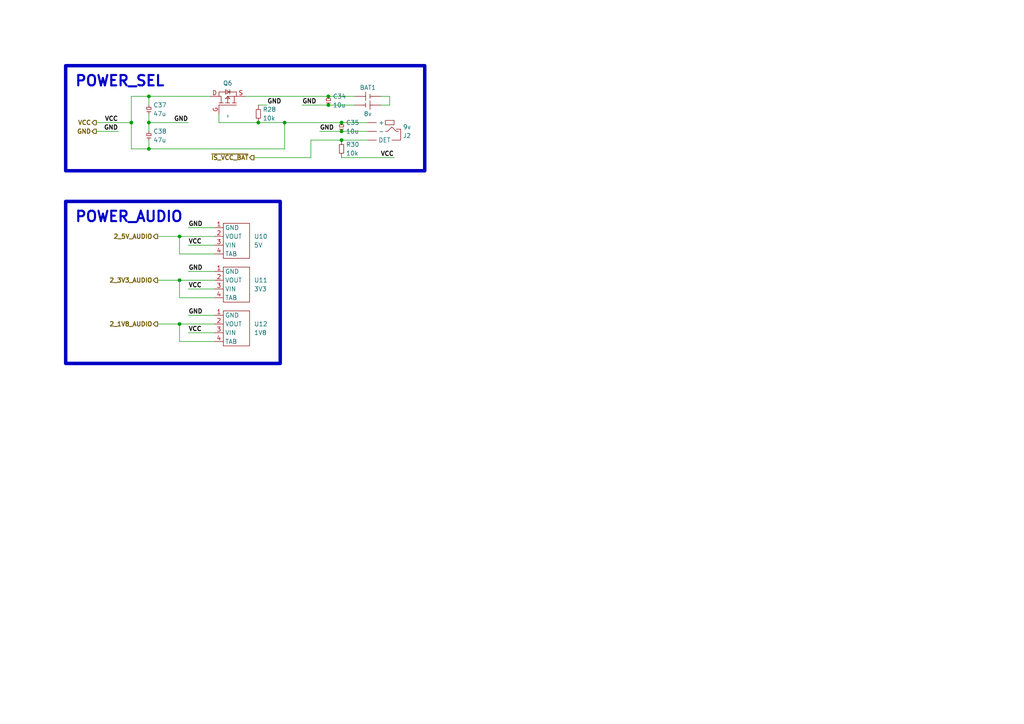
<source format=kicad_sch>
(kicad_sch (version 20230121) (generator eeschema)
  (paper "A4")
  (lib_symbols
    (symbol "a5d27_handheld_console:1117"
      (property "Reference" "U" (at 0 6.35 0))
      (symbol "1117_0_1"
        (rectangle (start -3.81 5.08) (end 3.81 -5.08))
      )
      (symbol "1117_1_1"
        (pin power_in line (at -6.35 3.81 0) (length 2.54) (name "GND") (number "1"))
        (pin power_out line (at -6.35 1.27 0) (length 2.54) (name "VOUT") (number "2"))
        (pin power_in line (at -6.35 -1.27 0) (length 2.54) (name "VIN") (number "3"))
        (pin power_out line (at -6.35 -3.81 0) (length 2.54) (name "TAB") (number "4"))
      )
    )
    (symbol "a5d27_handheld_console:BAT" (pin_numbers hide) (pin_names hide)
      (property "Reference" "BAT" (at 0 3.81 0))
      (symbol "BAT_0_1"
        (polyline (pts (xy -1.27 -1.27) (xy -0.635 -1.27)))
        (polyline (pts (xy -1.27 1.27) (xy -0.635 1.27)))
        (polyline (pts (xy -0.635 -0.635) (xy -0.635 -1.905)))
        (polyline (pts (xy -0.635 2.54) (xy -0.635 0)))
        (polyline (pts (xy 0.635 0) (xy 0.635 -2.54)))
        (polyline (pts (xy 0.635 1.905) (xy 0.635 0.635)))
        (polyline (pts (xy 1.27 -1.27) (xy 0.635 -1.27)))
        (polyline (pts (xy 1.27 1.27) (xy 0.635 1.27)))
      )
      (symbol "BAT_1_1"
        (pin power_out line (at -3.81 1.27 0) (length 2.54) (name "") (number "1"))
        (pin power_out line (at 3.81 1.27 180) (length 2.54) (name "") (number "2"))
        (pin power_out line (at -3.81 -1.27 0) (length 2.54) (name "") (number "3"))
        (pin power_out line (at 3.81 -1.27 180) (length 2.54) (name "") (number "4"))
      )
    )
    (symbol "a5d27_handheld_console:C_Tantalum_3216" (pin_numbers hide) (pin_names (offset 0) hide)
      (property "Reference" "C" (at 0 1.905 0))
      (symbol "C_Tantalum_3216_0_1"
        (polyline (pts (xy 0.635 0.635) (xy 0.635 -0.635)))
        (polyline (pts (xy -0.635 0.635) (xy -0.635 -0.635) (xy 0 -0.635) (xy 0 0.635) (xy -0.635 0.635)))
      )
      (symbol "C_Tantalum_3216_1_1"
        (pin passive line (at -1.27 0 0) (length 0.635) (name "") (number "1"))
        (pin passive line (at 1.27 0 180) (length 0.635) (name "") (number "2"))
      )
    )
    (symbol "a5d27_handheld_console:DC_JACK" (pin_numbers hide)
      (property "Reference" "J" (at 0 3.175 0))
      (symbol "DC_JACK_0_1"
        (polyline (pts (xy 4.445 -3.81) (xy 6.985 -3.81) (xy 6.985 -0.635) (xy 5.715 -0.635)))
        (polyline (pts (xy 2.54 -1.27) (xy 3.175 -1.27) (xy 4.445 0) (xy 5.715 -1.27) (xy 6.35 -1.27)))
        (polyline (pts (xy 2.54 1.905) (xy 2.54 0.635) (xy 5.08 0.635) (xy 5.08 1.905) (xy 2.54 1.905)))
      )
      (symbol "DC_JACK_1_1"
        (pin power_out line (at -2.54 1.27 0) (length 2.54) (name "+") (number "1"))
        (pin power_out line (at -2.54 -1.27 0) (length 2.54) (name "-") (number "2"))
        (pin power_out line (at -2.54 -3.81 0) (length 2.54) (name "DET") (number "3"))
      )
    )
    (symbol "a5d27_handheld_console:P-FET"
      (property "Reference" "Q" (at 3.175 0 0))
      (symbol "P-FET_0_1"
        (polyline (pts (xy -2.54 2.54) (xy -2.54 -2.54)))
        (polyline (pts (xy -1.905 -1.27) (xy -1.905 -2.54)))
        (polyline (pts (xy -1.905 0.635) (xy -1.905 -0.635)))
        (polyline (pts (xy -1.905 2.54) (xy -1.905 1.27)))
        (polyline (pts (xy -0.635 -0.635) (xy 0 0)))
        (polyline (pts (xy -0.635 0.635) (xy -0.635 -0.635)))
        (polyline (pts (xy -0.635 0.635) (xy 0 0)))
        (polyline (pts (xy 0 -1.905) (xy -1.905 -1.905)))
        (polyline (pts (xy 1.905 -0.635) (xy 0.635 -0.635)))
        (polyline (pts (xy 0 -2.54) (xy 0 0) (xy -1.905 0)))
        (polyline (pts (xy 0 2.54) (xy 0 1.905) (xy -1.905 1.905)))
        (polyline (pts (xy 0 2.54) (xy 1.27 2.54) (xy 1.27 -2.54) (xy 0 -2.54)))
        (polyline (pts (xy 1.905 0.635) (xy 1.27 -0.635) (xy 0.635 0.635) (xy 1.905 0.635)))
      )
      (symbol "P-FET_1_1"
        (pin input line (at 0 5.08 270) (length 2.54) (name "") (number "D"))
        (pin input line (at -5.08 2.54 0) (length 2.54) (name "") (number "G"))
        (pin input line (at 0 -5.08 90) (length 2.54) (name "") (number "S"))
      )
    )
    (symbol "a5d27_handheld_console:R_2012" (pin_numbers hide) (pin_names hide)
      (property "Reference" "R" (at 0 0.635 0))
      (symbol "R_2012_0_1"
        (polyline (pts (xy -1.27 -0.635) (xy -1.27 -1.905) (xy 1.27 -1.905) (xy 1.27 -0.635) (xy -1.27 -0.635)))
      )
      (symbol "R_2012_1_1"
        (pin passive line (at -2.54 -1.27 0) (length 1.27) (name "") (number "1"))
        (pin passive line (at 2.54 -1.27 180) (length 1.27) (name "") (number "2"))
      )
    )
  )
  (junction (at 52.07 81.28))
  (junction (at 99.06 38.1))
  (junction (at 43.18 43.18))
  (junction (at 43.18 27.94))
  (junction (at 95.25 27.94))
  (junction (at 38.1 35.56))
  (junction (at 52.07 93.98))
  (junction (at 43.18 35.56))
  (junction (at 82.55 35.56))
  (junction (at 52.07 68.58))
  (junction (at 74.93 35.56))
  (junction (at 99.06 40.64))
  (junction (at 99.06 35.56))
  (junction (at 95.25 30.48))
  (wire (pts (xy 38.1 35.56) (xy 38.1 43.18)))
  (wire (pts (xy 27.94 38.1) (xy 34.29 38.1)))
  (wire (pts (xy 52.07 99.06) (xy 62.23 99.06)))
  (wire (pts (xy 92.71 38.1) (xy 99.06 38.1)))
  (wire (pts (xy 52.07 81.28) (xy 52.07 86.36)))
  (wire (pts (xy 54.61 78.74) (xy 62.23 78.74)))
  (wire (pts (xy 54.61 83.82) (xy 62.23 83.82)))
  (wire (pts (xy 63.5 35.56) (xy 74.93 35.56)))
  (wire (pts (xy 82.55 35.56) (xy 99.06 35.56)))
  (wire (pts (xy 43.18 35.56) (xy 43.18 38.1)))
  (wire (pts (xy 62.23 93.98) (xy 52.07 93.98)))
  (wire (pts (xy 27.94 35.56) (xy 38.1 35.56)))
  (wire (pts (xy 54.61 66.04) (xy 62.23 66.04)))
  (wire (pts (xy 99.06 40.64) (xy 90.17 40.64)))
  (wire (pts (xy 60.96 27.94) (xy 43.18 27.94)))
  (wire (pts (xy 113.03 27.94) (xy 113.03 30.48)))
  (wire (pts (xy 99.06 45.72) (xy 114.3 45.72)))
  (wire (pts (xy 52.07 73.66) (xy 62.23 73.66)))
  (wire (pts (xy 52.07 86.36) (xy 62.23 86.36)))
  (wire (pts (xy 52.07 93.98) (xy 52.07 99.06)))
  (wire (pts (xy 54.61 91.44) (xy 62.23 91.44)))
  (wire (pts (xy 45.72 81.28) (xy 52.07 81.28)))
  (wire (pts (xy 63.5 35.56) (xy 63.5 33.02)))
  (wire (pts (xy 45.72 93.98) (xy 52.07 93.98)))
  (wire (pts (xy 45.72 68.58) (xy 52.07 68.58)))
  (wire (pts (xy 95.25 30.48) (xy 102.87 30.48)))
  (wire (pts (xy 43.18 40.64) (xy 43.18 43.18)))
  (wire (pts (xy 71.12 27.94) (xy 95.25 27.94)))
  (wire (pts (xy 62.23 81.28) (xy 52.07 81.28)))
  (wire (pts (xy 43.18 27.94) (xy 38.1 27.94)))
  (wire (pts (xy 90.17 40.64) (xy 90.17 45.72)))
  (wire (pts (xy 99.06 38.1) (xy 106.68 38.1)))
  (wire (pts (xy 99.06 35.56) (xy 106.68 35.56)))
  (wire (pts (xy 95.25 27.94) (xy 102.87 27.94)))
  (wire (pts (xy 52.07 68.58) (xy 52.07 73.66)))
  (wire (pts (xy 73.66 45.72) (xy 90.17 45.72)))
  (wire (pts (xy 43.18 43.18) (xy 38.1 43.18)))
  (wire (pts (xy 74.93 30.48) (xy 77.47 30.48)))
  (wire (pts (xy 54.61 71.12) (xy 62.23 71.12)))
  (wire (pts (xy 74.93 35.56) (xy 82.55 35.56)))
  (wire (pts (xy 43.18 27.94) (xy 43.18 30.48)))
  (wire (pts (xy 113.03 30.48) (xy 110.49 30.48)))
  (wire (pts (xy 106.68 40.64) (xy 99.06 40.64)))
  (wire (pts (xy 62.23 68.58) (xy 52.07 68.58)))
  (wire (pts (xy 82.55 35.56) (xy 82.55 43.18)))
  (wire (pts (xy 82.55 43.18) (xy 43.18 43.18)))
  (wire (pts (xy 87.63 30.48) (xy 95.25 30.48)))
  (wire (pts (xy 38.1 27.94) (xy 38.1 35.56)))
  (wire (pts (xy 43.18 35.56) (xy 54.61 35.56)))
  (wire (pts (xy 54.61 96.52) (xy 62.23 96.52)))
  (wire (pts (xy 110.49 27.94) (xy 113.03 27.94)))
  (wire (pts (xy 43.18 33.02) (xy 43.18 35.56)))
  (rectangle (start 19.05 58.42) (end 81.28 105.41) (stroke (width 1)))
  (rectangle (start 19.05 19.05) (end 123.19 49.53) (stroke (width 1)))
  (text "POWER_AUDIO" (at 21.59 64.77 0) (effects (font (size 3 3) bold) (justify left bottom)))
  (text "POWER_SEL" (at 21.59 25.4 0) (effects (font (size 3 3) bold) (justify left bottom)))
  (label "VCC" (at 54.61 83.82 0) (effects (font bold)))
  (label "VCC" (at 114.3 45.72 180) (effects (font bold)))
  (label "GND" (at 54.61 35.56 180) (effects (font bold)))
  (label "GND" (at 34.29 38.1 180) (effects (font bold)))
  (label "GND" (at 54.61 66.04 0) (effects (font bold)))
  (label "VCC" (at 54.61 71.12 0) (effects (font bold)))
  (label "VCC" (at 54.61 96.52 0) (effects (font bold)))
  (label "VCC" (at 34.29 35.56 180) (effects (font bold)))
  (label "GND" (at 54.61 91.44 0) (effects (font bold)))
  (label "GND" (at 87.63 30.48 0) (effects (font bold)))
  (label "GND" (at 92.71 38.1 0) (effects (font bold)))
  (label "GND" (at 77.47 30.48 0) (effects (font bold)))
  (label "GND" (at 54.61 78.74 0) (effects (font bold)))
  (hierarchical_label "2_3V3_AUDIO" (shape output) (at 45.72 81.28 180) (effects (font bold)))
  (hierarchical_label "VCC" (shape output) (at 27.94 35.56 180) (effects (font bold)))
  (hierarchical_label "~{IS_VCC_BAT}" (shape output) (at 73.66 45.72 180) (effects (font bold)))
  (hierarchical_label "GND" (shape output) (at 27.94 38.1 180) (effects (font bold)))
  (hierarchical_label "2_5V_AUDIO" (shape output) (at 45.72 68.58 180) (effects (font bold)))
  (hierarchical_label "2_1V8_AUDIO" (shape output) (at 45.72 93.98 180) (effects (font bold)))
  (symbol (lib_id "a5d27_handheld_console:C_Tantalum_3216") (at 43.18 39.37 90) (mirror x) (unit 1)
    (property "Reference" "C38" (at 44.45 38.1 90) (effects (justify right)))
    (property "Value" "47u" (at 44.45 40.64 90) (effects (justify right)))
    (property "Footprint" "a5d27_handheld_console:C_Tantalum_3216" (effects hide))
  )
  (symbol (lib_id "a5d27_handheld_console:BAT") (at 106.68 29.21 0) (unit 1)
    (property "Reference" "BAT1" (at 106.68 25.4 0))
    (property "Value" "8v" (at 106.68 33.02 0))
    (property "Footprint" "a5d27_handheld_console:BAT" (effects hide))
  )
  (symbol (lib_id "a5d27_handheld_console:R_2012") (at 97.79 43.18 90) (unit 1)
    (property "Reference" "R30" (at 100.33 41.91 90) (effects (justify right)))
    (property "Value" "10k" (at 100.33 44.45 90) (effects (justify right)))
    (property "Footprint" "a5d27_handheld_console:R_2012" (effects hide))
  )
  (symbol (lib_id "a5d27_handheld_console:C_Tantalum_3216") (at 99.06 36.83 90) (mirror x) (unit 1)
    (property "Reference" "C35" (at 100.33 35.56 90) (effects (justify right)))
    (property "Value" "10u" (at 100.33 38.1 90) (effects (justify right)))
    (property "Footprint" "a5d27_handheld_console:C_Tantalum_3216" (effects hide))
  )
  (symbol (lib_id "a5d27_handheld_console:1117") (at 68.58 69.85 0) (unit 1)
    (property "Reference" "U10" (at 73.66 68.58 0) (effects (justify left)))
    (property "Value" "5V" (at 73.66 71.12 0) (effects (justify left)))
    (property "Footprint" "a5d27_handheld_console:1117" (effects hide))
  )
  (symbol (lib_id "a5d27_handheld_console:1117") (at 68.58 82.55 0) (unit 1)
    (property "Reference" "U11" (at 73.66 81.28 0) (effects (justify left)))
    (property "Value" "3V3" (at 73.66 83.82 0) (effects (justify left)))
    (property "Footprint" "a5d27_handheld_console:1117" (effects hide))
  )
  (symbol (lib_id "a5d27_handheld_console:P-FET") (at 66.04 27.94 90) (unit 1)
    (property "Reference" "Q6" (at 66.04 24.13 90))
    (property "Value" "~" (at 66.04 33.655 0))
    (property "Footprint" "a5d27_handheld_console:DMG2301L" (effects hide))
  )
  (symbol (lib_id "a5d27_handheld_console:C_Tantalum_3216") (at 95.25 29.21 90) (mirror x) (unit 1)
    (property "Reference" "C34" (at 96.52 27.94 90) (effects (justify right)))
    (property "Value" "10u" (at 96.52 30.48 90) (effects (justify right)))
    (property "Footprint" "a5d27_handheld_console:C_Tantalum_3216" (effects hide))
  )
  (symbol (lib_id "a5d27_handheld_console:C_Tantalum_3216") (at 43.18 31.75 90) (mirror x) (unit 1)
    (property "Reference" "C37" (at 44.45 30.48 90) (effects (justify right)))
    (property "Value" "47u" (at 44.45 33.02 90) (effects (justify right)))
    (property "Footprint" "a5d27_handheld_console:C_Tantalum_3216" (effects hide))
  )
  (symbol (lib_id "a5d27_handheld_console:DC_JACK") (at 109.22 36.83 0) (unit 1)
    (property "Reference" "J2" (at 116.84 39.37 0) (effects (justify left)))
    (property "Value" "9v" (at 116.84 36.83 0) (effects (justify left)))
    (property "Footprint" "a5d27_handheld_console:DC_JACK" (effects hide))
  )
  (symbol (lib_id "a5d27_handheld_console:R_2012") (at 73.66 33.02 90) (unit 1)
    (property "Reference" "R28" (at 76.2 31.75 90) (effects (justify right)))
    (property "Value" "10k" (at 76.2 34.29 90) (effects (justify right)))
    (property "Footprint" "a5d27_handheld_console:R_2012" (effects hide))
  )
  (symbol (lib_id "a5d27_handheld_console:1117") (at 68.58 95.25 0) (unit 1)
    (property "Reference" "U12" (at 73.66 93.98 0) (effects (justify left)))
    (property "Value" "1V8" (at 73.66 96.52 0) (effects (justify left)))
    (property "Footprint" "a5d27_handheld_console:1117" (effects hide))
  )
)
</source>
